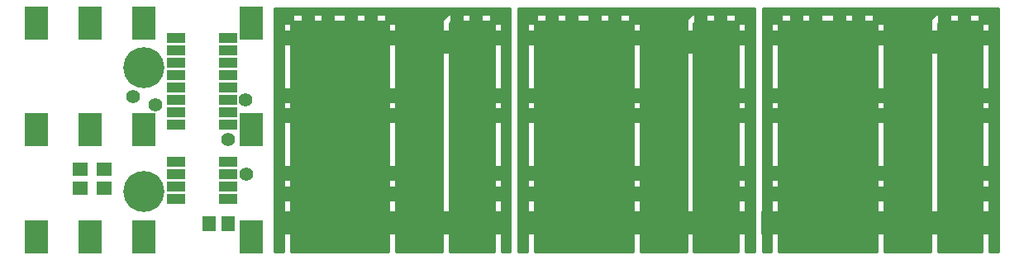
<source format=gts>
G04 #@! TF.GenerationSoftware,KiCad,Pcbnew,5.0.0-fee4fd1~66~ubuntu16.04.1*
G04 #@! TF.CreationDate,2018-08-14T22:38:02+05:30*
G04 #@! TF.ProjectId,1sqinch555,317371696E63683535352E6B69636164,rev?*
G04 #@! TF.SameCoordinates,Original*
G04 #@! TF.FileFunction,Soldermask,Top*
G04 #@! TF.FilePolarity,Negative*
%FSLAX46Y46*%
G04 Gerber Fmt 4.6, Leading zero omitted, Abs format (unit mm)*
G04 Created by KiCad (PCBNEW 5.0.0-fee4fd1~66~ubuntu16.04.1) date Tue Aug 14 22:38:02 2018*
%MOMM*%
%LPD*%
G01*
G04 APERTURE LIST*
%ADD10R,1.598880X1.598880*%
%ADD11C,1.400000*%
%ADD12R,1.400000X1.650000*%
%ADD13R,2.400000X3.400000*%
%ADD14C,4.200000*%
%ADD15R,2.400000X2.400000*%
%ADD16R,1.950000X1.000000*%
%ADD17R,1.900000X1.000000*%
%ADD18C,2.400000*%
%ADD19R,1.650000X1.400000*%
%ADD20C,0.254000*%
G04 APERTURE END LIST*
D10*
G04 #@! TO.C,D1*
X64700000Y-56549020D03*
X64700000Y-54450980D03*
G04 #@! TD*
G04 #@! TO.C,D2*
X64700000Y-48549020D03*
X64700000Y-46450980D03*
G04 #@! TD*
G04 #@! TO.C,D3*
X64700000Y-40549020D03*
X64700000Y-38450980D03*
G04 #@! TD*
G04 #@! TO.C,D4*
X75500000Y-56549020D03*
X75500000Y-54450980D03*
G04 #@! TD*
G04 #@! TO.C,D5*
X75500000Y-48549020D03*
X75500000Y-46450980D03*
G04 #@! TD*
G04 #@! TO.C,D6*
X75500000Y-40549020D03*
X75500000Y-38450980D03*
G04 #@! TD*
G04 #@! TO.C,D7*
X86300000Y-56549020D03*
X86300000Y-54450980D03*
G04 #@! TD*
G04 #@! TO.C,D8*
X86300000Y-48549020D03*
X86300000Y-46450980D03*
G04 #@! TD*
G04 #@! TO.C,D9*
X86300000Y-40549020D03*
X86300000Y-38450980D03*
G04 #@! TD*
G04 #@! TO.C,D10*
X89700000Y-56549020D03*
X89700000Y-54450980D03*
G04 #@! TD*
G04 #@! TO.C,D11*
X89700000Y-48549020D03*
X89700000Y-46450980D03*
G04 #@! TD*
G04 #@! TO.C,D12*
X89700000Y-40549020D03*
X89700000Y-38450980D03*
G04 #@! TD*
G04 #@! TO.C,D13*
X100500000Y-56549020D03*
X100500000Y-54450980D03*
G04 #@! TD*
G04 #@! TO.C,D14*
X100500000Y-48549020D03*
X100500000Y-46450980D03*
G04 #@! TD*
G04 #@! TO.C,D15*
X100500000Y-40549020D03*
X100500000Y-38450980D03*
G04 #@! TD*
G04 #@! TO.C,D16*
X111300000Y-56549020D03*
X111300000Y-54450980D03*
G04 #@! TD*
G04 #@! TO.C,D17*
X111300000Y-48549020D03*
X111300000Y-46450980D03*
G04 #@! TD*
G04 #@! TO.C,D18*
X111300000Y-40549020D03*
X111300000Y-38450980D03*
G04 #@! TD*
G04 #@! TO.C,D19*
X114700000Y-56549020D03*
X114700000Y-54450980D03*
G04 #@! TD*
G04 #@! TO.C,D20*
X114700000Y-48549020D03*
X114700000Y-46450980D03*
G04 #@! TD*
G04 #@! TO.C,D21*
X114700000Y-40549020D03*
X114700000Y-38450980D03*
G04 #@! TD*
G04 #@! TO.C,D22*
X125500000Y-56549020D03*
X125500000Y-54450980D03*
G04 #@! TD*
G04 #@! TO.C,D23*
X125500000Y-48549020D03*
X125500000Y-46450980D03*
G04 #@! TD*
G04 #@! TO.C,D24*
X125500000Y-40549020D03*
X125500000Y-38450980D03*
G04 #@! TD*
G04 #@! TO.C,D25*
X136300000Y-56549020D03*
X136300000Y-54450980D03*
G04 #@! TD*
G04 #@! TO.C,D26*
X136300000Y-48549020D03*
X136300000Y-46450980D03*
G04 #@! TD*
G04 #@! TO.C,D27*
X136300000Y-40549020D03*
X136300000Y-38450980D03*
G04 #@! TD*
D11*
G04 #@! TO.C,J3*
X51200000Y-47450000D03*
G04 #@! TD*
D12*
G04 #@! TO.C,R3*
X73300000Y-38450000D03*
X71300000Y-38450000D03*
G04 #@! TD*
G04 #@! TO.C,C2*
X56700000Y-59600000D03*
X58700000Y-59600000D03*
G04 #@! TD*
D13*
G04 #@! TO.C,J6*
X39000000Y-61000000D03*
G04 #@! TD*
G04 #@! TO.C,J8*
X50000000Y-50000000D03*
G04 #@! TD*
G04 #@! TO.C,J10*
X50000000Y-38999999D03*
G04 #@! TD*
G04 #@! TO.C,J12*
X61000000Y-61000000D03*
G04 #@! TD*
G04 #@! TO.C,J14*
X61000001Y-50000000D03*
G04 #@! TD*
G04 #@! TO.C,J16*
X61000000Y-39000000D03*
G04 #@! TD*
G04 #@! TO.C,J18*
X39000000Y-39000000D03*
G04 #@! TD*
G04 #@! TO.C,J20*
X38999999Y-50000000D03*
G04 #@! TD*
G04 #@! TO.C,J22*
X50000000Y-61000001D03*
G04 #@! TD*
G04 #@! TO.C,J24*
X44500000Y-50000000D03*
G04 #@! TD*
G04 #@! TO.C,J26*
X44500000Y-39000000D03*
G04 #@! TD*
G04 #@! TO.C,J28*
X44500000Y-61000000D03*
G04 #@! TD*
D14*
G04 #@! TO.C,BT1*
X50000000Y-43650000D03*
X50000000Y-56350000D03*
G04 #@! TD*
D15*
G04 #@! TO.C,J7*
X64500000Y-59500000D03*
G04 #@! TD*
G04 #@! TO.C,J9*
X75500000Y-59499999D03*
G04 #@! TD*
G04 #@! TO.C,J11*
X86500000Y-59500000D03*
G04 #@! TD*
G04 #@! TO.C,J13*
X89500000Y-59500000D03*
G04 #@! TD*
G04 #@! TO.C,J15*
X100500000Y-59499999D03*
G04 #@! TD*
G04 #@! TO.C,J17*
X111500000Y-59500000D03*
G04 #@! TD*
G04 #@! TO.C,J19*
X114500000Y-59500000D03*
G04 #@! TD*
G04 #@! TO.C,J21*
X125500000Y-59499999D03*
G04 #@! TD*
G04 #@! TO.C,J23*
X136500000Y-59500000D03*
G04 #@! TD*
G04 #@! TO.C,J25*
X81000000Y-59500000D03*
G04 #@! TD*
G04 #@! TO.C,J27*
X106000000Y-59500000D03*
G04 #@! TD*
G04 #@! TO.C,J29*
X131000000Y-59500000D03*
G04 #@! TD*
D16*
G04 #@! TO.C,U1*
X53300000Y-53295000D03*
X53300000Y-54565000D03*
X53300000Y-55835000D03*
X53300000Y-57105000D03*
X58700000Y-57105000D03*
X58700000Y-55835000D03*
X58700000Y-54565000D03*
X58700000Y-53295000D03*
G04 #@! TD*
D17*
G04 #@! TO.C,U2*
X53300000Y-40555000D03*
X53300000Y-41825000D03*
X53300000Y-43095000D03*
X53300000Y-44365000D03*
X53300000Y-45635000D03*
X53300000Y-46905000D03*
X53300000Y-48175000D03*
X53300000Y-49445000D03*
X58700000Y-49445000D03*
X58700000Y-48175000D03*
X58700000Y-46905000D03*
X58700000Y-45635000D03*
X58700000Y-44365000D03*
X58700000Y-43095000D03*
X58700000Y-41825000D03*
X58700000Y-40555000D03*
G04 #@! TD*
D18*
G04 #@! TO.C,J30*
X70000000Y-41000000D03*
G04 #@! TD*
G04 #@! TO.C,J31*
X81000000Y-41000000D03*
G04 #@! TD*
G04 #@! TO.C,J32*
X95000000Y-41000000D03*
G04 #@! TD*
G04 #@! TO.C,J33*
X106000000Y-41000000D03*
G04 #@! TD*
G04 #@! TO.C,J34*
X131000000Y-41000000D03*
G04 #@! TD*
G04 #@! TO.C,J35*
X120000000Y-41000000D03*
G04 #@! TD*
D11*
G04 #@! TO.C,J1*
X60500000Y-54550000D03*
G04 #@! TD*
G04 #@! TO.C,J2*
X58700000Y-50949999D03*
G04 #@! TD*
G04 #@! TO.C,J4*
X60450000Y-46900000D03*
G04 #@! TD*
G04 #@! TO.C,J5*
X48900000Y-46550000D03*
G04 #@! TD*
D19*
G04 #@! TO.C,C1*
X46000000Y-56000000D03*
X46000000Y-54000000D03*
G04 #@! TD*
G04 #@! TO.C,R1*
X43500000Y-54000000D03*
X43500000Y-56000000D03*
G04 #@! TD*
D12*
G04 #@! TO.C,R2*
X66900000Y-38450000D03*
X68900000Y-38450000D03*
G04 #@! TD*
G04 #@! TO.C,R4*
X84100000Y-38450000D03*
X82100000Y-38450000D03*
G04 #@! TD*
G04 #@! TO.C,R5*
X91900000Y-38450000D03*
X93900000Y-38450000D03*
G04 #@! TD*
G04 #@! TO.C,R6*
X98300000Y-38450000D03*
X96300000Y-38450000D03*
G04 #@! TD*
G04 #@! TO.C,R7*
X109100000Y-38450000D03*
X107100000Y-38450000D03*
G04 #@! TD*
G04 #@! TO.C,R8*
X116900000Y-38450000D03*
X118900000Y-38450000D03*
G04 #@! TD*
G04 #@! TO.C,R9*
X123300000Y-38450000D03*
X121300000Y-38450000D03*
G04 #@! TD*
G04 #@! TO.C,R10*
X134100000Y-38450000D03*
X132100000Y-38450000D03*
G04 #@! TD*
D20*
G36*
X87573000Y-62473000D02*
X86677000Y-62473000D01*
X86677000Y-38200000D01*
X86667333Y-38151399D01*
X86639803Y-38110197D01*
X86598601Y-38082667D01*
X86550000Y-38073000D01*
X81250000Y-38073000D01*
X81201399Y-38082667D01*
X81160197Y-38110197D01*
X80660197Y-38610197D01*
X80632667Y-38651399D01*
X80623000Y-38700000D01*
X80623000Y-62473000D01*
X75877000Y-62473000D01*
X75877000Y-38200000D01*
X75867333Y-38151399D01*
X75839803Y-38110197D01*
X75798601Y-38082667D01*
X75750000Y-38073000D01*
X64450000Y-38073000D01*
X64401399Y-38082667D01*
X64360197Y-38110197D01*
X64332667Y-38151399D01*
X64323000Y-38200000D01*
X64323000Y-62473000D01*
X63427000Y-62473000D01*
X63427000Y-37527000D01*
X87573000Y-37527000D01*
X87573000Y-62473000D01*
X87573000Y-62473000D01*
G37*
X87573000Y-62473000D02*
X86677000Y-62473000D01*
X86677000Y-38200000D01*
X86667333Y-38151399D01*
X86639803Y-38110197D01*
X86598601Y-38082667D01*
X86550000Y-38073000D01*
X81250000Y-38073000D01*
X81201399Y-38082667D01*
X81160197Y-38110197D01*
X80660197Y-38610197D01*
X80632667Y-38651399D01*
X80623000Y-38700000D01*
X80623000Y-62473000D01*
X75877000Y-62473000D01*
X75877000Y-38200000D01*
X75867333Y-38151399D01*
X75839803Y-38110197D01*
X75798601Y-38082667D01*
X75750000Y-38073000D01*
X64450000Y-38073000D01*
X64401399Y-38082667D01*
X64360197Y-38110197D01*
X64332667Y-38151399D01*
X64323000Y-38200000D01*
X64323000Y-62473000D01*
X63427000Y-62473000D01*
X63427000Y-37527000D01*
X87573000Y-37527000D01*
X87573000Y-62473000D01*
G36*
X85923000Y-62473000D02*
X81377000Y-62473000D01*
X81377000Y-39002606D01*
X81552606Y-38827000D01*
X85923000Y-38827000D01*
X85923000Y-62473000D01*
X85923000Y-62473000D01*
G37*
X85923000Y-62473000D02*
X81377000Y-62473000D01*
X81377000Y-39002606D01*
X81552606Y-38827000D01*
X85923000Y-38827000D01*
X85923000Y-62473000D01*
G36*
X75123000Y-62473000D02*
X65077000Y-62473000D01*
X65077000Y-38827000D01*
X75123000Y-38827000D01*
X75123000Y-62473000D01*
X75123000Y-62473000D01*
G37*
X75123000Y-62473000D02*
X65077000Y-62473000D01*
X65077000Y-38827000D01*
X75123000Y-38827000D01*
X75123000Y-62473000D01*
G36*
X112573000Y-62473000D02*
X111677000Y-62473000D01*
X111677000Y-38200000D01*
X111667333Y-38151399D01*
X111639803Y-38110197D01*
X111598601Y-38082667D01*
X111550000Y-38073000D01*
X106250000Y-38073000D01*
X106201399Y-38082667D01*
X106160197Y-38110197D01*
X105660197Y-38610197D01*
X105632667Y-38651399D01*
X105623000Y-38700000D01*
X105623000Y-62473000D01*
X100877000Y-62473000D01*
X100877000Y-38200000D01*
X100867333Y-38151399D01*
X100839803Y-38110197D01*
X100798601Y-38082667D01*
X100750000Y-38073000D01*
X89450000Y-38073000D01*
X89401399Y-38082667D01*
X89360197Y-38110197D01*
X89332667Y-38151399D01*
X89323000Y-38200000D01*
X89323000Y-62473000D01*
X88427000Y-62473000D01*
X88427000Y-37527000D01*
X112573000Y-37527000D01*
X112573000Y-62473000D01*
X112573000Y-62473000D01*
G37*
X112573000Y-62473000D02*
X111677000Y-62473000D01*
X111677000Y-38200000D01*
X111667333Y-38151399D01*
X111639803Y-38110197D01*
X111598601Y-38082667D01*
X111550000Y-38073000D01*
X106250000Y-38073000D01*
X106201399Y-38082667D01*
X106160197Y-38110197D01*
X105660197Y-38610197D01*
X105632667Y-38651399D01*
X105623000Y-38700000D01*
X105623000Y-62473000D01*
X100877000Y-62473000D01*
X100877000Y-38200000D01*
X100867333Y-38151399D01*
X100839803Y-38110197D01*
X100798601Y-38082667D01*
X100750000Y-38073000D01*
X89450000Y-38073000D01*
X89401399Y-38082667D01*
X89360197Y-38110197D01*
X89332667Y-38151399D01*
X89323000Y-38200000D01*
X89323000Y-62473000D01*
X88427000Y-62473000D01*
X88427000Y-37527000D01*
X112573000Y-37527000D01*
X112573000Y-62473000D01*
G36*
X110923000Y-62473000D02*
X106377000Y-62473000D01*
X106377000Y-39002606D01*
X106552606Y-38827000D01*
X110923000Y-38827000D01*
X110923000Y-62473000D01*
X110923000Y-62473000D01*
G37*
X110923000Y-62473000D02*
X106377000Y-62473000D01*
X106377000Y-39002606D01*
X106552606Y-38827000D01*
X110923000Y-38827000D01*
X110923000Y-62473000D01*
G36*
X100123000Y-62473000D02*
X90077000Y-62473000D01*
X90077000Y-38827000D01*
X100123000Y-38827000D01*
X100123000Y-62473000D01*
X100123000Y-62473000D01*
G37*
X100123000Y-62473000D02*
X90077000Y-62473000D01*
X90077000Y-38827000D01*
X100123000Y-38827000D01*
X100123000Y-62473000D01*
G36*
X125123000Y-62473000D02*
X115077000Y-62473000D01*
X115077000Y-38827000D01*
X125123000Y-38827000D01*
X125123000Y-62473000D01*
X125123000Y-62473000D01*
G37*
X125123000Y-62473000D02*
X115077000Y-62473000D01*
X115077000Y-38827000D01*
X125123000Y-38827000D01*
X125123000Y-62473000D01*
G36*
X137573000Y-62473000D02*
X136677000Y-62473000D01*
X136677000Y-38200000D01*
X136667333Y-38151399D01*
X136639803Y-38110197D01*
X136598601Y-38082667D01*
X136550000Y-38073000D01*
X131250000Y-38073000D01*
X131201399Y-38082667D01*
X131160197Y-38110197D01*
X130660197Y-38610197D01*
X130632667Y-38651399D01*
X130623000Y-38700000D01*
X130623000Y-62473000D01*
X125877000Y-62473000D01*
X125877000Y-38200000D01*
X125867333Y-38151399D01*
X125839803Y-38110197D01*
X125798601Y-38082667D01*
X125750000Y-38073000D01*
X114450000Y-38073000D01*
X114401399Y-38082667D01*
X114360197Y-38110197D01*
X114332667Y-38151399D01*
X114323000Y-38200000D01*
X114323000Y-62473000D01*
X113427000Y-62473000D01*
X113427000Y-37527000D01*
X137573000Y-37527000D01*
X137573000Y-62473000D01*
X137573000Y-62473000D01*
G37*
X137573000Y-62473000D02*
X136677000Y-62473000D01*
X136677000Y-38200000D01*
X136667333Y-38151399D01*
X136639803Y-38110197D01*
X136598601Y-38082667D01*
X136550000Y-38073000D01*
X131250000Y-38073000D01*
X131201399Y-38082667D01*
X131160197Y-38110197D01*
X130660197Y-38610197D01*
X130632667Y-38651399D01*
X130623000Y-38700000D01*
X130623000Y-62473000D01*
X125877000Y-62473000D01*
X125877000Y-38200000D01*
X125867333Y-38151399D01*
X125839803Y-38110197D01*
X125798601Y-38082667D01*
X125750000Y-38073000D01*
X114450000Y-38073000D01*
X114401399Y-38082667D01*
X114360197Y-38110197D01*
X114332667Y-38151399D01*
X114323000Y-38200000D01*
X114323000Y-62473000D01*
X113427000Y-62473000D01*
X113427000Y-37527000D01*
X137573000Y-37527000D01*
X137573000Y-62473000D01*
G36*
X135923000Y-62473000D02*
X131377000Y-62473000D01*
X131377000Y-39002606D01*
X131552606Y-38827000D01*
X135923000Y-38827000D01*
X135923000Y-62473000D01*
X135923000Y-62473000D01*
G37*
X135923000Y-62473000D02*
X131377000Y-62473000D01*
X131377000Y-39002606D01*
X131552606Y-38827000D01*
X135923000Y-38827000D01*
X135923000Y-62473000D01*
M02*

</source>
